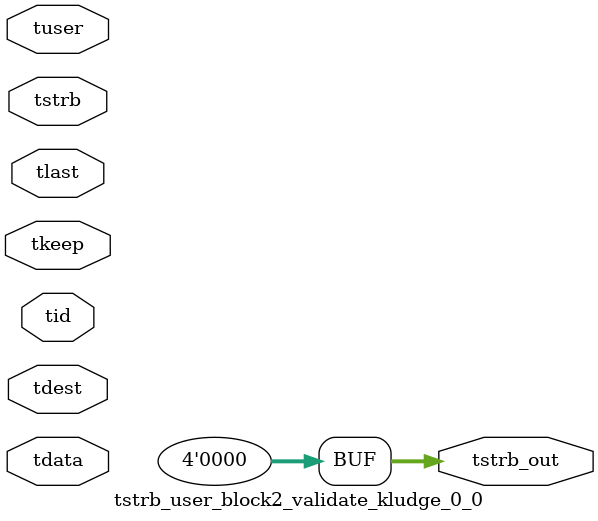
<source format=v>


`timescale 1ps/1ps

module tstrb_user_block2_validate_kludge_0_0 #
(
parameter C_S_AXIS_TDATA_WIDTH = 32,
parameter C_S_AXIS_TUSER_WIDTH = 0,
parameter C_S_AXIS_TID_WIDTH   = 0,
parameter C_S_AXIS_TDEST_WIDTH = 0,
parameter C_M_AXIS_TDATA_WIDTH = 32
)
(
input  [(C_S_AXIS_TDATA_WIDTH == 0 ? 1 : C_S_AXIS_TDATA_WIDTH)-1:0     ] tdata,
input  [(C_S_AXIS_TUSER_WIDTH == 0 ? 1 : C_S_AXIS_TUSER_WIDTH)-1:0     ] tuser,
input  [(C_S_AXIS_TID_WIDTH   == 0 ? 1 : C_S_AXIS_TID_WIDTH)-1:0       ] tid,
input  [(C_S_AXIS_TDEST_WIDTH == 0 ? 1 : C_S_AXIS_TDEST_WIDTH)-1:0     ] tdest,
input  [(C_S_AXIS_TDATA_WIDTH/8)-1:0 ] tkeep,
input  [(C_S_AXIS_TDATA_WIDTH/8)-1:0 ] tstrb,
input                                                                    tlast,
output [(C_M_AXIS_TDATA_WIDTH/8)-1:0 ] tstrb_out
);

assign tstrb_out = {1'b0};

endmodule


</source>
